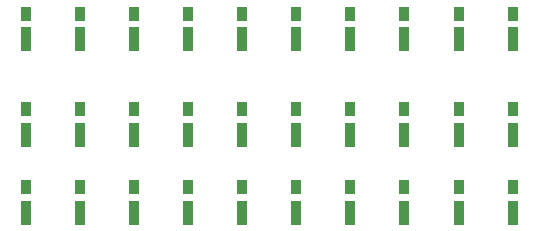
<source format=gtp>
%FSLAX33Y33*%
%MOMM*%
%AMRect-W2000001-H800001-RO0.500*
21,1,2.000001,0.800001,0.,0.,270*%
%AMRect-W1200000-H800001-RO0.500*
21,1,1.2,0.800001,0.,0.,270*%
%ADD10Rect-W2000001-H800001-RO0.500*%
%ADD11Rect-W1200000-H800001-RO0.500*%
D10*
%LNtop paste_traces*%
%LNtop paste component b63a915f14e56ab0*%
G01*
X31697Y32520D03*
D11*
X31697Y34670D03*
%LNtop paste component 2d8a75f5f516d1e8*%
D10*
X40864Y32520D03*
D11*
X40864Y34670D03*
%LNtop paste component dda7386182c8d90b*%
D10*
X40864Y24450D03*
D11*
X40864Y26600D03*
%LNtop paste component 237f822594edd433*%
D10*
X13364Y32520D03*
D11*
X13364Y34670D03*
%LNtop paste component 00b1c4d6fd4119b1*%
D10*
X17947Y17845D03*
D11*
X17947Y19995D03*
%LNtop paste component ef6e12693dbf5f4e*%
D10*
X8781Y24450D03*
D11*
X8781Y26600D03*
%LNtop paste component c27913cca4f7b2bc*%
D10*
X13364Y24450D03*
D11*
X13364Y26600D03*
%LNtop paste component 6ecb9e78d0b4ad16*%
D10*
X17947Y24450D03*
D11*
X17947Y26600D03*
%LNtop paste component f06a9b999809c5bc*%
D10*
X22531Y32520D03*
D11*
X22531Y34670D03*
%LNtop paste component 9d9787e56fb843b5*%
D10*
X31697Y24450D03*
D11*
X31697Y26600D03*
%LNtop paste component 625668e8c4110400*%
D10*
X27114Y24450D03*
D11*
X27114Y26600D03*
%LNtop paste component 1c0a852161275c55*%
D10*
X36281Y24450D03*
D11*
X36281Y26600D03*
%LNtop paste component 6b81eb568788a618*%
D10*
X4197Y32520D03*
D11*
X4197Y34670D03*
%LNtop paste component ce574d7d1471fc53*%
D10*
X27114Y32520D03*
D11*
X27114Y34670D03*
%LNtop paste component 6b1c98187ecd4732*%
D10*
X36281Y32520D03*
D11*
X36281Y34670D03*
%LNtop paste component 763fc9b59c2e9779*%
D10*
X27114Y17845D03*
D11*
X27114Y19995D03*
%LNtop paste component e859c303c48e5b51*%
D10*
X22531Y17845D03*
D11*
X22531Y19995D03*
%LNtop paste component aa635499163bf62b*%
D10*
X8781Y17845D03*
D11*
X8781Y19995D03*
%LNtop paste component 23c76c2c48bda672*%
D10*
X4197Y17845D03*
D11*
X4197Y19995D03*
%LNtop paste component 18ae8cbd932e49cf*%
D10*
X13364Y17845D03*
D11*
X13364Y19995D03*
%LNtop paste component 0aded2140b9cfb25*%
D10*
X31697Y17845D03*
D11*
X31697Y19995D03*
%LNtop paste component e87c228dd111c435*%
D10*
X8781Y32520D03*
D11*
X8781Y34670D03*
%LNtop paste component 76dc57f52eff33a9*%
D10*
X40864Y17845D03*
D11*
X40864Y19995D03*
%LNtop paste component 3eba9d942e51c6cb*%
D10*
X22531Y24450D03*
D11*
X22531Y26600D03*
%LNtop paste component 9ec9439801b11cfa*%
D10*
X45447Y24450D03*
D11*
X45447Y26600D03*
%LNtop paste component 733d94552b139b24*%
D10*
X4197Y24450D03*
D11*
X4197Y26600D03*
%LNtop paste component 18887290ca97bcee*%
D10*
X17947Y32520D03*
D11*
X17947Y34670D03*
%LNtop paste component ee666b82db008739*%
D10*
X45447Y17845D03*
D11*
X45447Y19995D03*
%LNtop paste component 730cdaa1f653b3c7*%
D10*
X45447Y32520D03*
D11*
X45447Y34670D03*
%LNtop paste component 2eac6afefd26ab07*%
D10*
X36281Y17845D03*
D11*
X36281Y19995D03*
M02*
</source>
